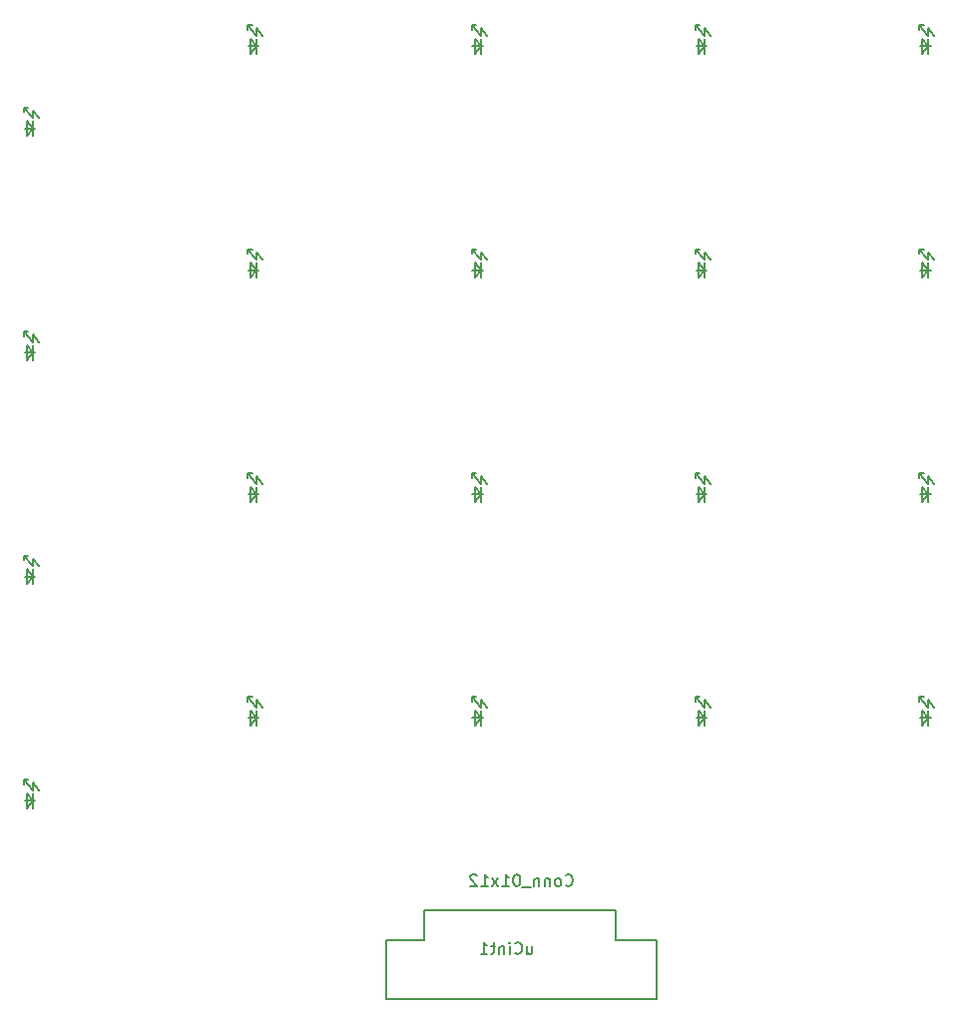
<source format=gbr>
%TF.GenerationSoftware,KiCad,Pcbnew,4.0.7*%
%TF.CreationDate,2017-11-07T22:47:46+00:00*%
%TF.ProjectId,gamepad,67616D657061642E6B696361645F7063,rev?*%
%TF.FileFunction,Legend,Bot*%
%FSLAX46Y46*%
G04 Gerber Fmt 4.6, Leading zero omitted, Abs format (unit mm)*
G04 Created by KiCad (PCBNEW 4.0.7) date 11/07/17 22:47:46*
%MOMM*%
%LPD*%
G01*
G04 APERTURE LIST*
%ADD10C,0.100000*%
%ADD11C,0.150000*%
G04 APERTURE END LIST*
D10*
D11*
X59619000Y-87715000D02*
X60127000Y-87080000D01*
X60127000Y-87080000D02*
X59619000Y-86445000D01*
X59619000Y-87715000D02*
X59619000Y-86445000D01*
X60317500Y-87080000D02*
X59428500Y-87080000D01*
X59365000Y-85302000D02*
X59365000Y-85683000D01*
X60635000Y-86191000D02*
X60127000Y-85556000D01*
X60127000Y-85556000D02*
X60127000Y-86191000D01*
X60127000Y-86191000D02*
X59365000Y-85302000D01*
X59365000Y-85302000D02*
X59746000Y-85302000D01*
X60127000Y-86445000D02*
X60127000Y-87715000D01*
X59619000Y-106715000D02*
X60127000Y-106080000D01*
X60127000Y-106080000D02*
X59619000Y-105445000D01*
X59619000Y-106715000D02*
X59619000Y-105445000D01*
X60317500Y-106080000D02*
X59428500Y-106080000D01*
X59365000Y-104302000D02*
X59365000Y-104683000D01*
X60635000Y-105191000D02*
X60127000Y-104556000D01*
X60127000Y-104556000D02*
X60127000Y-105191000D01*
X60127000Y-105191000D02*
X59365000Y-104302000D01*
X59365000Y-104302000D02*
X59746000Y-104302000D01*
X60127000Y-105445000D02*
X60127000Y-106715000D01*
X59619000Y-68715000D02*
X60127000Y-68080000D01*
X60127000Y-68080000D02*
X59619000Y-67445000D01*
X59619000Y-68715000D02*
X59619000Y-67445000D01*
X60317500Y-68080000D02*
X59428500Y-68080000D01*
X59365000Y-66302000D02*
X59365000Y-66683000D01*
X60635000Y-67191000D02*
X60127000Y-66556000D01*
X60127000Y-66556000D02*
X60127000Y-67191000D01*
X60127000Y-67191000D02*
X59365000Y-66302000D01*
X59365000Y-66302000D02*
X59746000Y-66302000D01*
X60127000Y-67445000D02*
X60127000Y-68715000D01*
X59619000Y-125715000D02*
X60127000Y-125080000D01*
X60127000Y-125080000D02*
X59619000Y-124445000D01*
X59619000Y-125715000D02*
X59619000Y-124445000D01*
X60317500Y-125080000D02*
X59428500Y-125080000D01*
X59365000Y-123302000D02*
X59365000Y-123683000D01*
X60635000Y-124191000D02*
X60127000Y-123556000D01*
X60127000Y-123556000D02*
X60127000Y-124191000D01*
X60127000Y-124191000D02*
X59365000Y-123302000D01*
X59365000Y-123302000D02*
X59746000Y-123302000D01*
X60127000Y-124445000D02*
X60127000Y-125715000D01*
X78619000Y-61715000D02*
X79127000Y-61080000D01*
X79127000Y-61080000D02*
X78619000Y-60445000D01*
X78619000Y-61715000D02*
X78619000Y-60445000D01*
X79317500Y-61080000D02*
X78428500Y-61080000D01*
X78365000Y-59302000D02*
X78365000Y-59683000D01*
X79635000Y-60191000D02*
X79127000Y-59556000D01*
X79127000Y-59556000D02*
X79127000Y-60191000D01*
X79127000Y-60191000D02*
X78365000Y-59302000D01*
X78365000Y-59302000D02*
X78746000Y-59302000D01*
X79127000Y-60445000D02*
X79127000Y-61715000D01*
X78619000Y-80715000D02*
X79127000Y-80080000D01*
X79127000Y-80080000D02*
X78619000Y-79445000D01*
X78619000Y-80715000D02*
X78619000Y-79445000D01*
X79317500Y-80080000D02*
X78428500Y-80080000D01*
X78365000Y-78302000D02*
X78365000Y-78683000D01*
X79635000Y-79191000D02*
X79127000Y-78556000D01*
X79127000Y-78556000D02*
X79127000Y-79191000D01*
X79127000Y-79191000D02*
X78365000Y-78302000D01*
X78365000Y-78302000D02*
X78746000Y-78302000D01*
X79127000Y-79445000D02*
X79127000Y-80715000D01*
X78619000Y-99715000D02*
X79127000Y-99080000D01*
X79127000Y-99080000D02*
X78619000Y-98445000D01*
X78619000Y-99715000D02*
X78619000Y-98445000D01*
X79317500Y-99080000D02*
X78428500Y-99080000D01*
X78365000Y-97302000D02*
X78365000Y-97683000D01*
X79635000Y-98191000D02*
X79127000Y-97556000D01*
X79127000Y-97556000D02*
X79127000Y-98191000D01*
X79127000Y-98191000D02*
X78365000Y-97302000D01*
X78365000Y-97302000D02*
X78746000Y-97302000D01*
X79127000Y-98445000D02*
X79127000Y-99715000D01*
X78619000Y-118715000D02*
X79127000Y-118080000D01*
X79127000Y-118080000D02*
X78619000Y-117445000D01*
X78619000Y-118715000D02*
X78619000Y-117445000D01*
X79317500Y-118080000D02*
X78428500Y-118080000D01*
X78365000Y-116302000D02*
X78365000Y-116683000D01*
X79635000Y-117191000D02*
X79127000Y-116556000D01*
X79127000Y-116556000D02*
X79127000Y-117191000D01*
X79127000Y-117191000D02*
X78365000Y-116302000D01*
X78365000Y-116302000D02*
X78746000Y-116302000D01*
X79127000Y-117445000D02*
X79127000Y-118715000D01*
X97619000Y-80715000D02*
X98127000Y-80080000D01*
X98127000Y-80080000D02*
X97619000Y-79445000D01*
X97619000Y-80715000D02*
X97619000Y-79445000D01*
X98317500Y-80080000D02*
X97428500Y-80080000D01*
X97365000Y-78302000D02*
X97365000Y-78683000D01*
X98635000Y-79191000D02*
X98127000Y-78556000D01*
X98127000Y-78556000D02*
X98127000Y-79191000D01*
X98127000Y-79191000D02*
X97365000Y-78302000D01*
X97365000Y-78302000D02*
X97746000Y-78302000D01*
X98127000Y-79445000D02*
X98127000Y-80715000D01*
X97619000Y-61715000D02*
X98127000Y-61080000D01*
X98127000Y-61080000D02*
X97619000Y-60445000D01*
X97619000Y-61715000D02*
X97619000Y-60445000D01*
X98317500Y-61080000D02*
X97428500Y-61080000D01*
X97365000Y-59302000D02*
X97365000Y-59683000D01*
X98635000Y-60191000D02*
X98127000Y-59556000D01*
X98127000Y-59556000D02*
X98127000Y-60191000D01*
X98127000Y-60191000D02*
X97365000Y-59302000D01*
X97365000Y-59302000D02*
X97746000Y-59302000D01*
X98127000Y-60445000D02*
X98127000Y-61715000D01*
X97619000Y-118715000D02*
X98127000Y-118080000D01*
X98127000Y-118080000D02*
X97619000Y-117445000D01*
X97619000Y-118715000D02*
X97619000Y-117445000D01*
X98317500Y-118080000D02*
X97428500Y-118080000D01*
X97365000Y-116302000D02*
X97365000Y-116683000D01*
X98635000Y-117191000D02*
X98127000Y-116556000D01*
X98127000Y-116556000D02*
X98127000Y-117191000D01*
X98127000Y-117191000D02*
X97365000Y-116302000D01*
X97365000Y-116302000D02*
X97746000Y-116302000D01*
X98127000Y-117445000D02*
X98127000Y-118715000D01*
X97619000Y-99715000D02*
X98127000Y-99080000D01*
X98127000Y-99080000D02*
X97619000Y-98445000D01*
X97619000Y-99715000D02*
X97619000Y-98445000D01*
X98317500Y-99080000D02*
X97428500Y-99080000D01*
X97365000Y-97302000D02*
X97365000Y-97683000D01*
X98635000Y-98191000D02*
X98127000Y-97556000D01*
X98127000Y-97556000D02*
X98127000Y-98191000D01*
X98127000Y-98191000D02*
X97365000Y-97302000D01*
X97365000Y-97302000D02*
X97746000Y-97302000D01*
X98127000Y-98445000D02*
X98127000Y-99715000D01*
X116619000Y-61715000D02*
X117127000Y-61080000D01*
X117127000Y-61080000D02*
X116619000Y-60445000D01*
X116619000Y-61715000D02*
X116619000Y-60445000D01*
X117317500Y-61080000D02*
X116428500Y-61080000D01*
X116365000Y-59302000D02*
X116365000Y-59683000D01*
X117635000Y-60191000D02*
X117127000Y-59556000D01*
X117127000Y-59556000D02*
X117127000Y-60191000D01*
X117127000Y-60191000D02*
X116365000Y-59302000D01*
X116365000Y-59302000D02*
X116746000Y-59302000D01*
X117127000Y-60445000D02*
X117127000Y-61715000D01*
X116619000Y-80715000D02*
X117127000Y-80080000D01*
X117127000Y-80080000D02*
X116619000Y-79445000D01*
X116619000Y-80715000D02*
X116619000Y-79445000D01*
X117317500Y-80080000D02*
X116428500Y-80080000D01*
X116365000Y-78302000D02*
X116365000Y-78683000D01*
X117635000Y-79191000D02*
X117127000Y-78556000D01*
X117127000Y-78556000D02*
X117127000Y-79191000D01*
X117127000Y-79191000D02*
X116365000Y-78302000D01*
X116365000Y-78302000D02*
X116746000Y-78302000D01*
X117127000Y-79445000D02*
X117127000Y-80715000D01*
X116619000Y-99715000D02*
X117127000Y-99080000D01*
X117127000Y-99080000D02*
X116619000Y-98445000D01*
X116619000Y-99715000D02*
X116619000Y-98445000D01*
X117317500Y-99080000D02*
X116428500Y-99080000D01*
X116365000Y-97302000D02*
X116365000Y-97683000D01*
X117635000Y-98191000D02*
X117127000Y-97556000D01*
X117127000Y-97556000D02*
X117127000Y-98191000D01*
X117127000Y-98191000D02*
X116365000Y-97302000D01*
X116365000Y-97302000D02*
X116746000Y-97302000D01*
X117127000Y-98445000D02*
X117127000Y-99715000D01*
X116619000Y-118715000D02*
X117127000Y-118080000D01*
X117127000Y-118080000D02*
X116619000Y-117445000D01*
X116619000Y-118715000D02*
X116619000Y-117445000D01*
X117317500Y-118080000D02*
X116428500Y-118080000D01*
X116365000Y-116302000D02*
X116365000Y-116683000D01*
X117635000Y-117191000D02*
X117127000Y-116556000D01*
X117127000Y-116556000D02*
X117127000Y-117191000D01*
X117127000Y-117191000D02*
X116365000Y-116302000D01*
X116365000Y-116302000D02*
X116746000Y-116302000D01*
X117127000Y-117445000D02*
X117127000Y-118715000D01*
X135619000Y-118715000D02*
X136127000Y-118080000D01*
X136127000Y-118080000D02*
X135619000Y-117445000D01*
X135619000Y-118715000D02*
X135619000Y-117445000D01*
X136317500Y-118080000D02*
X135428500Y-118080000D01*
X135365000Y-116302000D02*
X135365000Y-116683000D01*
X136635000Y-117191000D02*
X136127000Y-116556000D01*
X136127000Y-116556000D02*
X136127000Y-117191000D01*
X136127000Y-117191000D02*
X135365000Y-116302000D01*
X135365000Y-116302000D02*
X135746000Y-116302000D01*
X136127000Y-117445000D02*
X136127000Y-118715000D01*
X135619000Y-99715000D02*
X136127000Y-99080000D01*
X136127000Y-99080000D02*
X135619000Y-98445000D01*
X135619000Y-99715000D02*
X135619000Y-98445000D01*
X136317500Y-99080000D02*
X135428500Y-99080000D01*
X135365000Y-97302000D02*
X135365000Y-97683000D01*
X136635000Y-98191000D02*
X136127000Y-97556000D01*
X136127000Y-97556000D02*
X136127000Y-98191000D01*
X136127000Y-98191000D02*
X135365000Y-97302000D01*
X135365000Y-97302000D02*
X135746000Y-97302000D01*
X136127000Y-98445000D02*
X136127000Y-99715000D01*
X135619000Y-80715000D02*
X136127000Y-80080000D01*
X136127000Y-80080000D02*
X135619000Y-79445000D01*
X135619000Y-80715000D02*
X135619000Y-79445000D01*
X136317500Y-80080000D02*
X135428500Y-80080000D01*
X135365000Y-78302000D02*
X135365000Y-78683000D01*
X136635000Y-79191000D02*
X136127000Y-78556000D01*
X136127000Y-78556000D02*
X136127000Y-79191000D01*
X136127000Y-79191000D02*
X135365000Y-78302000D01*
X135365000Y-78302000D02*
X135746000Y-78302000D01*
X136127000Y-79445000D02*
X136127000Y-80715000D01*
X135619000Y-61715000D02*
X136127000Y-61080000D01*
X136127000Y-61080000D02*
X135619000Y-60445000D01*
X135619000Y-61715000D02*
X135619000Y-60445000D01*
X136317500Y-61080000D02*
X135428500Y-61080000D01*
X135365000Y-59302000D02*
X135365000Y-59683000D01*
X136635000Y-60191000D02*
X136127000Y-59556000D01*
X136127000Y-59556000D02*
X136127000Y-60191000D01*
X136127000Y-60191000D02*
X135365000Y-59302000D01*
X135365000Y-59302000D02*
X135746000Y-59302000D01*
X136127000Y-60445000D02*
X136127000Y-61715000D01*
X90100000Y-141890000D02*
X90100000Y-141640000D01*
X90100000Y-141640000D02*
X90100000Y-136890000D01*
X90100000Y-136890000D02*
X93350000Y-136890000D01*
X93350000Y-136890000D02*
X93350000Y-134390000D01*
X93350000Y-134390000D02*
X109600000Y-134390000D01*
X109600000Y-134390000D02*
X109600000Y-136890000D01*
X109600000Y-136890000D02*
X113100000Y-136890000D01*
X113100000Y-136890000D02*
X113100000Y-141890000D01*
X113100000Y-141890000D02*
X90100000Y-141890000D01*
X102088095Y-137425714D02*
X102088095Y-138092381D01*
X102516667Y-137425714D02*
X102516667Y-137949524D01*
X102469048Y-138044762D01*
X102373810Y-138092381D01*
X102230952Y-138092381D01*
X102135714Y-138044762D01*
X102088095Y-137997143D01*
X101040476Y-137997143D02*
X101088095Y-138044762D01*
X101230952Y-138092381D01*
X101326190Y-138092381D01*
X101469048Y-138044762D01*
X101564286Y-137949524D01*
X101611905Y-137854286D01*
X101659524Y-137663810D01*
X101659524Y-137520952D01*
X101611905Y-137330476D01*
X101564286Y-137235238D01*
X101469048Y-137140000D01*
X101326190Y-137092381D01*
X101230952Y-137092381D01*
X101088095Y-137140000D01*
X101040476Y-137187619D01*
X100611905Y-138092381D02*
X100611905Y-137425714D01*
X100611905Y-137092381D02*
X100659524Y-137140000D01*
X100611905Y-137187619D01*
X100564286Y-137140000D01*
X100611905Y-137092381D01*
X100611905Y-137187619D01*
X100135715Y-137425714D02*
X100135715Y-138092381D01*
X100135715Y-137520952D02*
X100088096Y-137473333D01*
X99992858Y-137425714D01*
X99850000Y-137425714D01*
X99754762Y-137473333D01*
X99707143Y-137568571D01*
X99707143Y-138092381D01*
X99373810Y-137425714D02*
X98992858Y-137425714D01*
X99230953Y-137092381D02*
X99230953Y-137949524D01*
X99183334Y-138044762D01*
X99088096Y-138092381D01*
X98992858Y-138092381D01*
X98135714Y-138092381D02*
X98707143Y-138092381D01*
X98421429Y-138092381D02*
X98421429Y-137092381D01*
X98516667Y-137235238D01*
X98611905Y-137330476D01*
X98707143Y-137378095D01*
X105338095Y-132247143D02*
X105385714Y-132294762D01*
X105528571Y-132342381D01*
X105623809Y-132342381D01*
X105766667Y-132294762D01*
X105861905Y-132199524D01*
X105909524Y-132104286D01*
X105957143Y-131913810D01*
X105957143Y-131770952D01*
X105909524Y-131580476D01*
X105861905Y-131485238D01*
X105766667Y-131390000D01*
X105623809Y-131342381D01*
X105528571Y-131342381D01*
X105385714Y-131390000D01*
X105338095Y-131437619D01*
X104766667Y-132342381D02*
X104861905Y-132294762D01*
X104909524Y-132247143D01*
X104957143Y-132151905D01*
X104957143Y-131866190D01*
X104909524Y-131770952D01*
X104861905Y-131723333D01*
X104766667Y-131675714D01*
X104623809Y-131675714D01*
X104528571Y-131723333D01*
X104480952Y-131770952D01*
X104433333Y-131866190D01*
X104433333Y-132151905D01*
X104480952Y-132247143D01*
X104528571Y-132294762D01*
X104623809Y-132342381D01*
X104766667Y-132342381D01*
X104004762Y-131675714D02*
X104004762Y-132342381D01*
X104004762Y-131770952D02*
X103957143Y-131723333D01*
X103861905Y-131675714D01*
X103719047Y-131675714D01*
X103623809Y-131723333D01*
X103576190Y-131818571D01*
X103576190Y-132342381D01*
X103100000Y-131675714D02*
X103100000Y-132342381D01*
X103100000Y-131770952D02*
X103052381Y-131723333D01*
X102957143Y-131675714D01*
X102814285Y-131675714D01*
X102719047Y-131723333D01*
X102671428Y-131818571D01*
X102671428Y-132342381D01*
X102433333Y-132437619D02*
X101671428Y-132437619D01*
X101242857Y-131342381D02*
X101147618Y-131342381D01*
X101052380Y-131390000D01*
X101004761Y-131437619D01*
X100957142Y-131532857D01*
X100909523Y-131723333D01*
X100909523Y-131961429D01*
X100957142Y-132151905D01*
X101004761Y-132247143D01*
X101052380Y-132294762D01*
X101147618Y-132342381D01*
X101242857Y-132342381D01*
X101338095Y-132294762D01*
X101385714Y-132247143D01*
X101433333Y-132151905D01*
X101480952Y-131961429D01*
X101480952Y-131723333D01*
X101433333Y-131532857D01*
X101385714Y-131437619D01*
X101338095Y-131390000D01*
X101242857Y-131342381D01*
X99957142Y-132342381D02*
X100528571Y-132342381D01*
X100242857Y-132342381D02*
X100242857Y-131342381D01*
X100338095Y-131485238D01*
X100433333Y-131580476D01*
X100528571Y-131628095D01*
X99623809Y-132342381D02*
X99099999Y-131675714D01*
X99623809Y-131675714D02*
X99099999Y-132342381D01*
X98195237Y-132342381D02*
X98766666Y-132342381D01*
X98480952Y-132342381D02*
X98480952Y-131342381D01*
X98576190Y-131485238D01*
X98671428Y-131580476D01*
X98766666Y-131628095D01*
X97814285Y-131437619D02*
X97766666Y-131390000D01*
X97671428Y-131342381D01*
X97433332Y-131342381D01*
X97338094Y-131390000D01*
X97290475Y-131437619D01*
X97242856Y-131532857D01*
X97242856Y-131628095D01*
X97290475Y-131770952D01*
X97861904Y-132342381D01*
X97242856Y-132342381D01*
M02*

</source>
